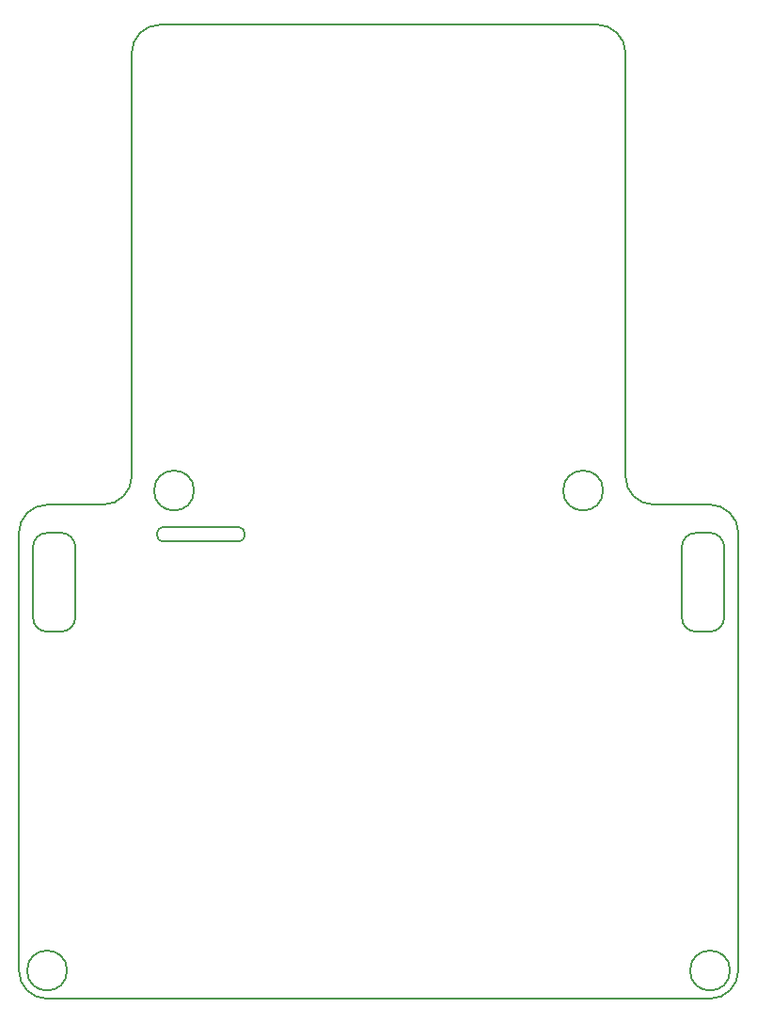
<source format=gbr>
G04 #@! TF.FileFunction,Profile,NP*
%FSLAX46Y46*%
G04 Gerber Fmt 4.6, Leading zero omitted, Abs format (unit mm)*
G04 Created by KiCad (PCBNEW 4.0.7) date 08/30/18 10:37:52*
%MOMM*%
%LPD*%
G01*
G04 APERTURE LIST*
%ADD10C,0.100000*%
%ADD11C,0.150000*%
G04 APERTURE END LIST*
D10*
D11*
X155466051Y-135890000D02*
G75*
G03X155466051Y-135890000I-1796051J0D01*
G01*
X95776051Y-135890000D02*
G75*
G03X95776051Y-135890000I-1796051J0D01*
G01*
X152400000Y-96520000D02*
X153670000Y-96520000D01*
X152400000Y-105410000D02*
X153670000Y-105410000D01*
X151130000Y-97790000D02*
X151130000Y-104140000D01*
X151130000Y-104140000D02*
G75*
G03X152400000Y-105410000I1270000J0D01*
G01*
X153670000Y-105410000D02*
G75*
G03X154940000Y-104140000I0J1270000D01*
G01*
X152400000Y-96520000D02*
G75*
G03X151130000Y-97790000I0J-1270000D01*
G01*
X154940000Y-97790000D02*
G75*
G03X153670000Y-96520000I-1270000J0D01*
G01*
X154940000Y-97790000D02*
X154940000Y-104140000D01*
X93980000Y-105410000D02*
X95250000Y-105410000D01*
X93980000Y-96520000D02*
X95250000Y-96520000D01*
X92710000Y-104140000D02*
G75*
G03X93980000Y-105410000I1270000J0D01*
G01*
X95250000Y-105410000D02*
G75*
G03X96520000Y-104140000I0J1270000D01*
G01*
X96520000Y-97790000D02*
X96520000Y-104140000D01*
X96520000Y-97790000D02*
G75*
G03X95250000Y-96520000I-1270000J0D01*
G01*
X93980000Y-96520000D02*
G75*
G03X92710000Y-97790000I0J-1270000D01*
G01*
X92710000Y-97790000D02*
X92710000Y-104140000D01*
X144036051Y-92710000D02*
G75*
G03X144036051Y-92710000I-1796051J0D01*
G01*
X153670000Y-138430000D02*
G75*
G03X156210000Y-135890000I0J2540000D01*
G01*
X93980000Y-138430000D02*
X153670000Y-138430000D01*
X91440000Y-135890000D02*
G75*
G03X93980000Y-138430000I2540000J0D01*
G01*
X156210000Y-96520000D02*
X156210000Y-135890000D01*
X156210000Y-96520000D02*
G75*
G03X153670000Y-93980000I-2540000J0D01*
G01*
X153670000Y-93980000D02*
X148590000Y-93980000D01*
X107206051Y-92710000D02*
G75*
G03X107206051Y-92710000I-1796051J0D01*
G01*
X146050000Y-91440000D02*
G75*
G03X148590000Y-93980000I2540000J0D01*
G01*
X146050000Y-90170000D02*
X146050000Y-91440000D01*
X104394000Y-96012000D02*
X104648000Y-96012000D01*
X104394000Y-96012000D02*
G75*
G03X103886000Y-96520000I0J-508000D01*
G01*
X104648000Y-96012000D02*
X111252000Y-96012000D01*
X103886000Y-96520000D02*
X103886000Y-96774000D01*
X103886000Y-96774000D02*
G75*
G03X104394000Y-97282000I508000J0D01*
G01*
X111252000Y-97282000D02*
G75*
G03X111760000Y-96774000I0J508000D01*
G01*
X111760000Y-96520000D02*
X111760000Y-96774000D01*
X104394000Y-97282000D02*
X111252000Y-97282000D01*
X111760000Y-96520000D02*
G75*
G03X111252000Y-96012000I-508000J0D01*
G01*
X91440000Y-135890000D02*
X91440000Y-135255000D01*
X91440000Y-130810000D02*
X91440000Y-135255000D01*
X146050000Y-90170000D02*
X146050000Y-88900000D01*
X93980000Y-93980000D02*
X95250000Y-93980000D01*
X91440000Y-97790000D02*
X91440000Y-96520000D01*
X93980000Y-93980000D02*
G75*
G03X91440000Y-96520000I0J-2540000D01*
G01*
X91440000Y-97790000D02*
X91440000Y-130810000D01*
X99060000Y-93980000D02*
G75*
G03X101600000Y-91440000I0J2540000D01*
G01*
X99060000Y-93980000D02*
X95250000Y-93980000D01*
X146050000Y-82550000D02*
X146050000Y-88900000D01*
X101600000Y-82550000D02*
X101600000Y-91440000D01*
X146050000Y-53340000D02*
X146050000Y-82550000D01*
X146050000Y-53340000D02*
G75*
G03X143510000Y-50800000I-2540000J0D01*
G01*
X104140000Y-50800000D02*
G75*
G03X101600000Y-53340000I0J-2540000D01*
G01*
X143510000Y-50800000D02*
X104140000Y-50800000D01*
X101600000Y-53340000D02*
X101600000Y-82550000D01*
M02*

</source>
